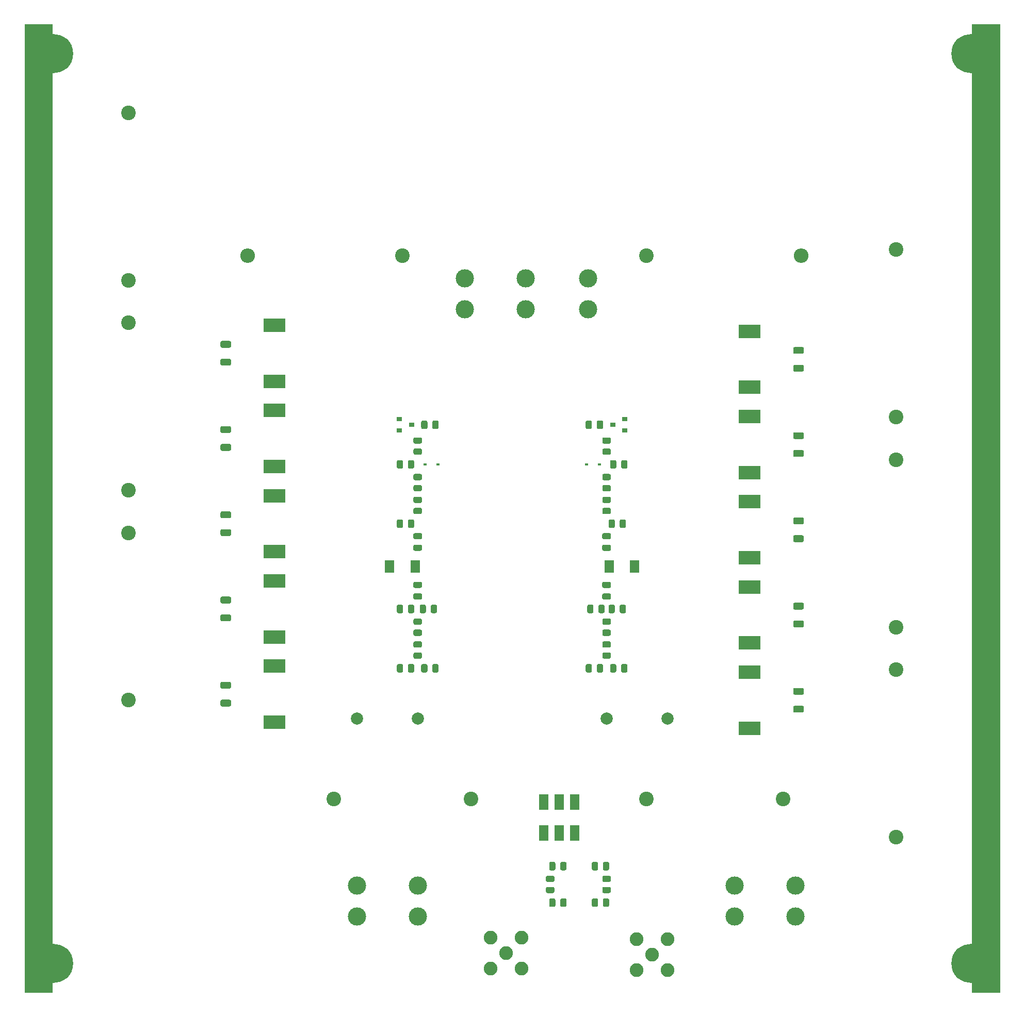
<source format=gbr>
%TF.GenerationSoftware,KiCad,Pcbnew,5.1.10-88a1d61d58~90~ubuntu20.04.1*%
%TF.CreationDate,2021-08-16T21:09:42-07:00*%
%TF.ProjectId,lisn-pcb,6c69736e-2d70-4636-922e-6b696361645f,rev?*%
%TF.SameCoordinates,Original*%
%TF.FileFunction,Soldermask,Top*%
%TF.FilePolarity,Negative*%
%FSLAX46Y46*%
G04 Gerber Fmt 4.6, Leading zero omitted, Abs format (unit mm)*
G04 Created by KiCad (PCBNEW 5.1.10-88a1d61d58~90~ubuntu20.04.1) date 2021-08-16 21:09:42*
%MOMM*%
%LPD*%
G01*
G04 APERTURE LIST*
%ADD10C,0.100000*%
%ADD11C,0.800000*%
%ADD12C,6.400000*%
%ADD13C,3.000000*%
%ADD14C,2.000000*%
%ADD15R,1.650000X2.540000*%
%ADD16O,2.400000X2.400000*%
%ADD17C,2.400000*%
%ADD18R,3.600000X2.300000*%
%ADD19R,1.650000X2.000000*%
%ADD20C,2.250000*%
%ADD21R,0.900000X0.800000*%
%ADD22R,0.600000X0.450000*%
G04 APERTURE END LIST*
D10*
G36*
X104500000Y-200000000D02*
G01*
X100000000Y-200000000D01*
X100000000Y-41000000D01*
X104500000Y-41000000D01*
X104500000Y-200000000D01*
G37*
X104500000Y-200000000D02*
X100000000Y-200000000D01*
X100000000Y-41000000D01*
X104500000Y-41000000D01*
X104500000Y-200000000D01*
G36*
X260000000Y-200000000D02*
G01*
X255500000Y-200000000D01*
X255500000Y-41000000D01*
X260000000Y-41000000D01*
X260000000Y-200000000D01*
G37*
X260000000Y-200000000D02*
X255500000Y-200000000D01*
X255500000Y-41000000D01*
X260000000Y-41000000D01*
X260000000Y-200000000D01*
D11*
%TO.C,H4*%
X257000000Y-47500000D03*
X253500000Y-44000000D03*
X253500000Y-47500000D03*
X255250000Y-48250000D03*
X252750000Y-45750000D03*
X255250000Y-43250000D03*
X257000000Y-44000000D03*
X257750000Y-45750000D03*
D12*
X255250000Y-45750000D03*
%TD*%
D11*
%TO.C,H3*%
X106500000Y-197000000D03*
X103000000Y-193500000D03*
X103000000Y-197000000D03*
X104750000Y-197750000D03*
X102250000Y-195250000D03*
X104750000Y-192750000D03*
X106500000Y-193500000D03*
X107250000Y-195250000D03*
D12*
X104750000Y-195250000D03*
%TD*%
D11*
%TO.C,H2*%
X106500000Y-47500000D03*
X103000000Y-44000000D03*
X103000000Y-47500000D03*
X104750000Y-48250000D03*
X102250000Y-45750000D03*
X104750000Y-43250000D03*
X106500000Y-44000000D03*
X107250000Y-45750000D03*
D12*
X104750000Y-45750000D03*
%TD*%
D11*
%TO.C,H1*%
X257000000Y-197000000D03*
X253500000Y-193500000D03*
X253500000Y-197000000D03*
X255250000Y-197750000D03*
X252750000Y-195250000D03*
X255250000Y-192750000D03*
X257000000Y-193500000D03*
X257750000Y-195250000D03*
D12*
X255250000Y-195250000D03*
%TD*%
D13*
%TO.C,J9*%
X216500000Y-182460000D03*
X216500000Y-187540000D03*
%TD*%
%TO.C,J8*%
X164500000Y-182460000D03*
X164500000Y-187540000D03*
%TD*%
%TO.C,J7*%
X226500000Y-182460000D03*
X226500000Y-187540000D03*
%TD*%
%TO.C,J6*%
X154500000Y-187540000D03*
X154500000Y-182460000D03*
%TD*%
%TO.C,J5*%
X182250000Y-82710000D03*
X182250000Y-87790000D03*
%TD*%
%TO.C,J4*%
X192500000Y-82710000D03*
X192500000Y-87790000D03*
%TD*%
%TO.C,J3*%
X172250000Y-82710000D03*
X172250000Y-87790000D03*
%TD*%
D14*
%TO.C,GD2*%
X205500000Y-155000000D03*
X195500000Y-155000000D03*
%TD*%
%TO.C,GD1*%
X154500000Y-155000000D03*
X164500000Y-155000000D03*
%TD*%
D15*
%TO.C,TR1*%
X185210000Y-168710000D03*
X187750000Y-168710000D03*
X190290000Y-168710000D03*
X190290000Y-173790000D03*
X187750000Y-173790000D03*
X185210000Y-173790000D03*
%TD*%
%TO.C,R42*%
G36*
G01*
X227625002Y-151100000D02*
X226374998Y-151100000D01*
G75*
G02*
X226125000Y-150850002I0J249998D01*
G01*
X226125000Y-150224998D01*
G75*
G02*
X226374998Y-149975000I249998J0D01*
G01*
X227625002Y-149975000D01*
G75*
G02*
X227875000Y-150224998I0J-249998D01*
G01*
X227875000Y-150850002D01*
G75*
G02*
X227625002Y-151100000I-249998J0D01*
G01*
G37*
G36*
G01*
X227625002Y-154025000D02*
X226374998Y-154025000D01*
G75*
G02*
X226125000Y-153775002I0J249998D01*
G01*
X226125000Y-153149998D01*
G75*
G02*
X226374998Y-152900000I249998J0D01*
G01*
X227625002Y-152900000D01*
G75*
G02*
X227875000Y-153149998I0J-249998D01*
G01*
X227875000Y-153775002D01*
G75*
G02*
X227625002Y-154025000I-249998J0D01*
G01*
G37*
%TD*%
%TO.C,R41*%
G36*
G01*
X227625002Y-137100000D02*
X226374998Y-137100000D01*
G75*
G02*
X226125000Y-136850002I0J249998D01*
G01*
X226125000Y-136224998D01*
G75*
G02*
X226374998Y-135975000I249998J0D01*
G01*
X227625002Y-135975000D01*
G75*
G02*
X227875000Y-136224998I0J-249998D01*
G01*
X227875000Y-136850002D01*
G75*
G02*
X227625002Y-137100000I-249998J0D01*
G01*
G37*
G36*
G01*
X227625002Y-140025000D02*
X226374998Y-140025000D01*
G75*
G02*
X226125000Y-139775002I0J249998D01*
G01*
X226125000Y-139149998D01*
G75*
G02*
X226374998Y-138900000I249998J0D01*
G01*
X227625002Y-138900000D01*
G75*
G02*
X227875000Y-139149998I0J-249998D01*
G01*
X227875000Y-139775002D01*
G75*
G02*
X227625002Y-140025000I-249998J0D01*
G01*
G37*
%TD*%
%TO.C,R40*%
G36*
G01*
X227625002Y-123100000D02*
X226374998Y-123100000D01*
G75*
G02*
X226125000Y-122850002I0J249998D01*
G01*
X226125000Y-122224998D01*
G75*
G02*
X226374998Y-121975000I249998J0D01*
G01*
X227625002Y-121975000D01*
G75*
G02*
X227875000Y-122224998I0J-249998D01*
G01*
X227875000Y-122850002D01*
G75*
G02*
X227625002Y-123100000I-249998J0D01*
G01*
G37*
G36*
G01*
X227625002Y-126025000D02*
X226374998Y-126025000D01*
G75*
G02*
X226125000Y-125775002I0J249998D01*
G01*
X226125000Y-125149998D01*
G75*
G02*
X226374998Y-124900000I249998J0D01*
G01*
X227625002Y-124900000D01*
G75*
G02*
X227875000Y-125149998I0J-249998D01*
G01*
X227875000Y-125775002D01*
G75*
G02*
X227625002Y-126025000I-249998J0D01*
G01*
G37*
%TD*%
%TO.C,R39*%
G36*
G01*
X227625002Y-109100000D02*
X226374998Y-109100000D01*
G75*
G02*
X226125000Y-108850002I0J249998D01*
G01*
X226125000Y-108224998D01*
G75*
G02*
X226374998Y-107975000I249998J0D01*
G01*
X227625002Y-107975000D01*
G75*
G02*
X227875000Y-108224998I0J-249998D01*
G01*
X227875000Y-108850002D01*
G75*
G02*
X227625002Y-109100000I-249998J0D01*
G01*
G37*
G36*
G01*
X227625002Y-112025000D02*
X226374998Y-112025000D01*
G75*
G02*
X226125000Y-111775002I0J249998D01*
G01*
X226125000Y-111149998D01*
G75*
G02*
X226374998Y-110900000I249998J0D01*
G01*
X227625002Y-110900000D01*
G75*
G02*
X227875000Y-111149998I0J-249998D01*
G01*
X227875000Y-111775002D01*
G75*
G02*
X227625002Y-112025000I-249998J0D01*
G01*
G37*
%TD*%
%TO.C,R38*%
G36*
G01*
X227625002Y-95100000D02*
X226374998Y-95100000D01*
G75*
G02*
X226125000Y-94850002I0J249998D01*
G01*
X226125000Y-94224998D01*
G75*
G02*
X226374998Y-93975000I249998J0D01*
G01*
X227625002Y-93975000D01*
G75*
G02*
X227875000Y-94224998I0J-249998D01*
G01*
X227875000Y-94850002D01*
G75*
G02*
X227625002Y-95100000I-249998J0D01*
G01*
G37*
G36*
G01*
X227625002Y-98025000D02*
X226374998Y-98025000D01*
G75*
G02*
X226125000Y-97775002I0J249998D01*
G01*
X226125000Y-97149998D01*
G75*
G02*
X226374998Y-96900000I249998J0D01*
G01*
X227625002Y-96900000D01*
G75*
G02*
X227875000Y-97149998I0J-249998D01*
G01*
X227875000Y-97775002D01*
G75*
G02*
X227625002Y-98025000I-249998J0D01*
G01*
G37*
%TD*%
%TO.C,R37*%
G36*
G01*
X193100000Y-106299998D02*
X193100000Y-107200002D01*
G75*
G02*
X192850002Y-107450000I-249998J0D01*
G01*
X192324998Y-107450000D01*
G75*
G02*
X192075000Y-107200002I0J249998D01*
G01*
X192075000Y-106299998D01*
G75*
G02*
X192324998Y-106050000I249998J0D01*
G01*
X192850002Y-106050000D01*
G75*
G02*
X193100000Y-106299998I0J-249998D01*
G01*
G37*
G36*
G01*
X194925000Y-106299998D02*
X194925000Y-107200002D01*
G75*
G02*
X194675002Y-107450000I-249998J0D01*
G01*
X194149998Y-107450000D01*
G75*
G02*
X193900000Y-107200002I0J249998D01*
G01*
X193900000Y-106299998D01*
G75*
G02*
X194149998Y-106050000I249998J0D01*
G01*
X194675002Y-106050000D01*
G75*
G02*
X194925000Y-106299998I0J-249998D01*
G01*
G37*
%TD*%
%TO.C,R36*%
G36*
G01*
X195049998Y-110650000D02*
X195950002Y-110650000D01*
G75*
G02*
X196200000Y-110899998I0J-249998D01*
G01*
X196200000Y-111425002D01*
G75*
G02*
X195950002Y-111675000I-249998J0D01*
G01*
X195049998Y-111675000D01*
G75*
G02*
X194800000Y-111425002I0J249998D01*
G01*
X194800000Y-110899998D01*
G75*
G02*
X195049998Y-110650000I249998J0D01*
G01*
G37*
G36*
G01*
X195049998Y-108825000D02*
X195950002Y-108825000D01*
G75*
G02*
X196200000Y-109074998I0J-249998D01*
G01*
X196200000Y-109600002D01*
G75*
G02*
X195950002Y-109850000I-249998J0D01*
G01*
X195049998Y-109850000D01*
G75*
G02*
X194800000Y-109600002I0J249998D01*
G01*
X194800000Y-109074998D01*
G75*
G02*
X195049998Y-108825000I249998J0D01*
G01*
G37*
%TD*%
%TO.C,R35*%
G36*
G01*
X197900000Y-113700002D02*
X197900000Y-112799998D01*
G75*
G02*
X198149998Y-112550000I249998J0D01*
G01*
X198675002Y-112550000D01*
G75*
G02*
X198925000Y-112799998I0J-249998D01*
G01*
X198925000Y-113700002D01*
G75*
G02*
X198675002Y-113950000I-249998J0D01*
G01*
X198149998Y-113950000D01*
G75*
G02*
X197900000Y-113700002I0J249998D01*
G01*
G37*
G36*
G01*
X196075000Y-113700002D02*
X196075000Y-112799998D01*
G75*
G02*
X196324998Y-112550000I249998J0D01*
G01*
X196850002Y-112550000D01*
G75*
G02*
X197100000Y-112799998I0J-249998D01*
G01*
X197100000Y-113700002D01*
G75*
G02*
X196850002Y-113950000I-249998J0D01*
G01*
X196324998Y-113950000D01*
G75*
G02*
X196075000Y-113700002I0J249998D01*
G01*
G37*
%TD*%
%TO.C,R34*%
G36*
G01*
X195950002Y-115850000D02*
X195049998Y-115850000D01*
G75*
G02*
X194800000Y-115600002I0J249998D01*
G01*
X194800000Y-115074998D01*
G75*
G02*
X195049998Y-114825000I249998J0D01*
G01*
X195950002Y-114825000D01*
G75*
G02*
X196200000Y-115074998I0J-249998D01*
G01*
X196200000Y-115600002D01*
G75*
G02*
X195950002Y-115850000I-249998J0D01*
G01*
G37*
G36*
G01*
X195950002Y-117675000D02*
X195049998Y-117675000D01*
G75*
G02*
X194800000Y-117425002I0J249998D01*
G01*
X194800000Y-116899998D01*
G75*
G02*
X195049998Y-116650000I249998J0D01*
G01*
X195950002Y-116650000D01*
G75*
G02*
X196200000Y-116899998I0J-249998D01*
G01*
X196200000Y-117425002D01*
G75*
G02*
X195950002Y-117675000I-249998J0D01*
G01*
G37*
%TD*%
%TO.C,R33*%
G36*
G01*
X195950002Y-119600000D02*
X195049998Y-119600000D01*
G75*
G02*
X194800000Y-119350002I0J249998D01*
G01*
X194800000Y-118824998D01*
G75*
G02*
X195049998Y-118575000I249998J0D01*
G01*
X195950002Y-118575000D01*
G75*
G02*
X196200000Y-118824998I0J-249998D01*
G01*
X196200000Y-119350002D01*
G75*
G02*
X195950002Y-119600000I-249998J0D01*
G01*
G37*
G36*
G01*
X195950002Y-121425000D02*
X195049998Y-121425000D01*
G75*
G02*
X194800000Y-121175002I0J249998D01*
G01*
X194800000Y-120649998D01*
G75*
G02*
X195049998Y-120400000I249998J0D01*
G01*
X195950002Y-120400000D01*
G75*
G02*
X196200000Y-120649998I0J-249998D01*
G01*
X196200000Y-121175002D01*
G75*
G02*
X195950002Y-121425000I-249998J0D01*
G01*
G37*
%TD*%
%TO.C,R32*%
G36*
G01*
X197650000Y-123450002D02*
X197650000Y-122549998D01*
G75*
G02*
X197899998Y-122300000I249998J0D01*
G01*
X198425002Y-122300000D01*
G75*
G02*
X198675000Y-122549998I0J-249998D01*
G01*
X198675000Y-123450002D01*
G75*
G02*
X198425002Y-123700000I-249998J0D01*
G01*
X197899998Y-123700000D01*
G75*
G02*
X197650000Y-123450002I0J249998D01*
G01*
G37*
G36*
G01*
X195825000Y-123450002D02*
X195825000Y-122549998D01*
G75*
G02*
X196074998Y-122300000I249998J0D01*
G01*
X196600002Y-122300000D01*
G75*
G02*
X196850000Y-122549998I0J-249998D01*
G01*
X196850000Y-123450002D01*
G75*
G02*
X196600002Y-123700000I-249998J0D01*
G01*
X196074998Y-123700000D01*
G75*
G02*
X195825000Y-123450002I0J249998D01*
G01*
G37*
%TD*%
%TO.C,R31*%
G36*
G01*
X197650000Y-137450002D02*
X197650000Y-136549998D01*
G75*
G02*
X197899998Y-136300000I249998J0D01*
G01*
X198425002Y-136300000D01*
G75*
G02*
X198675000Y-136549998I0J-249998D01*
G01*
X198675000Y-137450002D01*
G75*
G02*
X198425002Y-137700000I-249998J0D01*
G01*
X197899998Y-137700000D01*
G75*
G02*
X197650000Y-137450002I0J249998D01*
G01*
G37*
G36*
G01*
X195825000Y-137450002D02*
X195825000Y-136549998D01*
G75*
G02*
X196074998Y-136300000I249998J0D01*
G01*
X196600002Y-136300000D01*
G75*
G02*
X196850000Y-136549998I0J-249998D01*
G01*
X196850000Y-137450002D01*
G75*
G02*
X196600002Y-137700000I-249998J0D01*
G01*
X196074998Y-137700000D01*
G75*
G02*
X195825000Y-137450002I0J249998D01*
G01*
G37*
%TD*%
%TO.C,R30*%
G36*
G01*
X193350000Y-136549998D02*
X193350000Y-137450002D01*
G75*
G02*
X193100002Y-137700000I-249998J0D01*
G01*
X192574998Y-137700000D01*
G75*
G02*
X192325000Y-137450002I0J249998D01*
G01*
X192325000Y-136549998D01*
G75*
G02*
X192574998Y-136300000I249998J0D01*
G01*
X193100002Y-136300000D01*
G75*
G02*
X193350000Y-136549998I0J-249998D01*
G01*
G37*
G36*
G01*
X195175000Y-136549998D02*
X195175000Y-137450002D01*
G75*
G02*
X194925002Y-137700000I-249998J0D01*
G01*
X194399998Y-137700000D01*
G75*
G02*
X194150000Y-137450002I0J249998D01*
G01*
X194150000Y-136549998D01*
G75*
G02*
X194399998Y-136300000I249998J0D01*
G01*
X194925002Y-136300000D01*
G75*
G02*
X195175000Y-136549998I0J-249998D01*
G01*
G37*
%TD*%
%TO.C,R29*%
G36*
G01*
X195049998Y-140400000D02*
X195950002Y-140400000D01*
G75*
G02*
X196200000Y-140649998I0J-249998D01*
G01*
X196200000Y-141175002D01*
G75*
G02*
X195950002Y-141425000I-249998J0D01*
G01*
X195049998Y-141425000D01*
G75*
G02*
X194800000Y-141175002I0J249998D01*
G01*
X194800000Y-140649998D01*
G75*
G02*
X195049998Y-140400000I249998J0D01*
G01*
G37*
G36*
G01*
X195049998Y-138575000D02*
X195950002Y-138575000D01*
G75*
G02*
X196200000Y-138824998I0J-249998D01*
G01*
X196200000Y-139350002D01*
G75*
G02*
X195950002Y-139600000I-249998J0D01*
G01*
X195049998Y-139600000D01*
G75*
G02*
X194800000Y-139350002I0J249998D01*
G01*
X194800000Y-138824998D01*
G75*
G02*
X195049998Y-138575000I249998J0D01*
G01*
G37*
%TD*%
%TO.C,R28*%
G36*
G01*
X195049998Y-144150000D02*
X195950002Y-144150000D01*
G75*
G02*
X196200000Y-144399998I0J-249998D01*
G01*
X196200000Y-144925002D01*
G75*
G02*
X195950002Y-145175000I-249998J0D01*
G01*
X195049998Y-145175000D01*
G75*
G02*
X194800000Y-144925002I0J249998D01*
G01*
X194800000Y-144399998D01*
G75*
G02*
X195049998Y-144150000I249998J0D01*
G01*
G37*
G36*
G01*
X195049998Y-142325000D02*
X195950002Y-142325000D01*
G75*
G02*
X196200000Y-142574998I0J-249998D01*
G01*
X196200000Y-143100002D01*
G75*
G02*
X195950002Y-143350000I-249998J0D01*
G01*
X195049998Y-143350000D01*
G75*
G02*
X194800000Y-143100002I0J249998D01*
G01*
X194800000Y-142574998D01*
G75*
G02*
X195049998Y-142325000I249998J0D01*
G01*
G37*
%TD*%
%TO.C,R27*%
G36*
G01*
X197900000Y-147200002D02*
X197900000Y-146299998D01*
G75*
G02*
X198149998Y-146050000I249998J0D01*
G01*
X198675002Y-146050000D01*
G75*
G02*
X198925000Y-146299998I0J-249998D01*
G01*
X198925000Y-147200002D01*
G75*
G02*
X198675002Y-147450000I-249998J0D01*
G01*
X198149998Y-147450000D01*
G75*
G02*
X197900000Y-147200002I0J249998D01*
G01*
G37*
G36*
G01*
X196075000Y-147200002D02*
X196075000Y-146299998D01*
G75*
G02*
X196324998Y-146050000I249998J0D01*
G01*
X196850002Y-146050000D01*
G75*
G02*
X197100000Y-146299998I0J-249998D01*
G01*
X197100000Y-147200002D01*
G75*
G02*
X196850002Y-147450000I-249998J0D01*
G01*
X196324998Y-147450000D01*
G75*
G02*
X196075000Y-147200002I0J249998D01*
G01*
G37*
%TD*%
%TO.C,R26*%
G36*
G01*
X193100000Y-146299998D02*
X193100000Y-147200002D01*
G75*
G02*
X192850002Y-147450000I-249998J0D01*
G01*
X192324998Y-147450000D01*
G75*
G02*
X192075000Y-147200002I0J249998D01*
G01*
X192075000Y-146299998D01*
G75*
G02*
X192324998Y-146050000I249998J0D01*
G01*
X192850002Y-146050000D01*
G75*
G02*
X193100000Y-146299998I0J-249998D01*
G01*
G37*
G36*
G01*
X194925000Y-146299998D02*
X194925000Y-147200002D01*
G75*
G02*
X194675002Y-147450000I-249998J0D01*
G01*
X194149998Y-147450000D01*
G75*
G02*
X193900000Y-147200002I0J249998D01*
G01*
X193900000Y-146299998D01*
G75*
G02*
X194149998Y-146050000I249998J0D01*
G01*
X194675002Y-146050000D01*
G75*
G02*
X194925000Y-146299998I0J-249998D01*
G01*
G37*
%TD*%
%TO.C,R25*%
G36*
G01*
X133625002Y-150100000D02*
X132374998Y-150100000D01*
G75*
G02*
X132125000Y-149850002I0J249998D01*
G01*
X132125000Y-149224998D01*
G75*
G02*
X132374998Y-148975000I249998J0D01*
G01*
X133625002Y-148975000D01*
G75*
G02*
X133875000Y-149224998I0J-249998D01*
G01*
X133875000Y-149850002D01*
G75*
G02*
X133625002Y-150100000I-249998J0D01*
G01*
G37*
G36*
G01*
X133625002Y-153025000D02*
X132374998Y-153025000D01*
G75*
G02*
X132125000Y-152775002I0J249998D01*
G01*
X132125000Y-152149998D01*
G75*
G02*
X132374998Y-151900000I249998J0D01*
G01*
X133625002Y-151900000D01*
G75*
G02*
X133875000Y-152149998I0J-249998D01*
G01*
X133875000Y-152775002D01*
G75*
G02*
X133625002Y-153025000I-249998J0D01*
G01*
G37*
%TD*%
%TO.C,R24*%
G36*
G01*
X133625002Y-136100000D02*
X132374998Y-136100000D01*
G75*
G02*
X132125000Y-135850002I0J249998D01*
G01*
X132125000Y-135224998D01*
G75*
G02*
X132374998Y-134975000I249998J0D01*
G01*
X133625002Y-134975000D01*
G75*
G02*
X133875000Y-135224998I0J-249998D01*
G01*
X133875000Y-135850002D01*
G75*
G02*
X133625002Y-136100000I-249998J0D01*
G01*
G37*
G36*
G01*
X133625002Y-139025000D02*
X132374998Y-139025000D01*
G75*
G02*
X132125000Y-138775002I0J249998D01*
G01*
X132125000Y-138149998D01*
G75*
G02*
X132374998Y-137900000I249998J0D01*
G01*
X133625002Y-137900000D01*
G75*
G02*
X133875000Y-138149998I0J-249998D01*
G01*
X133875000Y-138775002D01*
G75*
G02*
X133625002Y-139025000I-249998J0D01*
G01*
G37*
%TD*%
%TO.C,R23*%
G36*
G01*
X133625002Y-122100000D02*
X132374998Y-122100000D01*
G75*
G02*
X132125000Y-121850002I0J249998D01*
G01*
X132125000Y-121224998D01*
G75*
G02*
X132374998Y-120975000I249998J0D01*
G01*
X133625002Y-120975000D01*
G75*
G02*
X133875000Y-121224998I0J-249998D01*
G01*
X133875000Y-121850002D01*
G75*
G02*
X133625002Y-122100000I-249998J0D01*
G01*
G37*
G36*
G01*
X133625002Y-125025000D02*
X132374998Y-125025000D01*
G75*
G02*
X132125000Y-124775002I0J249998D01*
G01*
X132125000Y-124149998D01*
G75*
G02*
X132374998Y-123900000I249998J0D01*
G01*
X133625002Y-123900000D01*
G75*
G02*
X133875000Y-124149998I0J-249998D01*
G01*
X133875000Y-124775002D01*
G75*
G02*
X133625002Y-125025000I-249998J0D01*
G01*
G37*
%TD*%
%TO.C,R22*%
G36*
G01*
X133625002Y-108100000D02*
X132374998Y-108100000D01*
G75*
G02*
X132125000Y-107850002I0J249998D01*
G01*
X132125000Y-107224998D01*
G75*
G02*
X132374998Y-106975000I249998J0D01*
G01*
X133625002Y-106975000D01*
G75*
G02*
X133875000Y-107224998I0J-249998D01*
G01*
X133875000Y-107850002D01*
G75*
G02*
X133625002Y-108100000I-249998J0D01*
G01*
G37*
G36*
G01*
X133625002Y-111025000D02*
X132374998Y-111025000D01*
G75*
G02*
X132125000Y-110775002I0J249998D01*
G01*
X132125000Y-110149998D01*
G75*
G02*
X132374998Y-109900000I249998J0D01*
G01*
X133625002Y-109900000D01*
G75*
G02*
X133875000Y-110149998I0J-249998D01*
G01*
X133875000Y-110775002D01*
G75*
G02*
X133625002Y-111025000I-249998J0D01*
G01*
G37*
%TD*%
%TO.C,R21*%
G36*
G01*
X133625002Y-94100000D02*
X132374998Y-94100000D01*
G75*
G02*
X132125000Y-93850002I0J249998D01*
G01*
X132125000Y-93224998D01*
G75*
G02*
X132374998Y-92975000I249998J0D01*
G01*
X133625002Y-92975000D01*
G75*
G02*
X133875000Y-93224998I0J-249998D01*
G01*
X133875000Y-93850002D01*
G75*
G02*
X133625002Y-94100000I-249998J0D01*
G01*
G37*
G36*
G01*
X133625002Y-97025000D02*
X132374998Y-97025000D01*
G75*
G02*
X132125000Y-96775002I0J249998D01*
G01*
X132125000Y-96149998D01*
G75*
G02*
X132374998Y-95900000I249998J0D01*
G01*
X133625002Y-95900000D01*
G75*
G02*
X133875000Y-96149998I0J-249998D01*
G01*
X133875000Y-96775002D01*
G75*
G02*
X133625002Y-97025000I-249998J0D01*
G01*
G37*
%TD*%
%TO.C,R20*%
G36*
G01*
X166900000Y-107200002D02*
X166900000Y-106299998D01*
G75*
G02*
X167149998Y-106050000I249998J0D01*
G01*
X167675002Y-106050000D01*
G75*
G02*
X167925000Y-106299998I0J-249998D01*
G01*
X167925000Y-107200002D01*
G75*
G02*
X167675002Y-107450000I-249998J0D01*
G01*
X167149998Y-107450000D01*
G75*
G02*
X166900000Y-107200002I0J249998D01*
G01*
G37*
G36*
G01*
X165075000Y-107200002D02*
X165075000Y-106299998D01*
G75*
G02*
X165324998Y-106050000I249998J0D01*
G01*
X165850002Y-106050000D01*
G75*
G02*
X166100000Y-106299998I0J-249998D01*
G01*
X166100000Y-107200002D01*
G75*
G02*
X165850002Y-107450000I-249998J0D01*
G01*
X165324998Y-107450000D01*
G75*
G02*
X165075000Y-107200002I0J249998D01*
G01*
G37*
%TD*%
%TO.C,R19*%
G36*
G01*
X164049998Y-110650000D02*
X164950002Y-110650000D01*
G75*
G02*
X165200000Y-110899998I0J-249998D01*
G01*
X165200000Y-111425002D01*
G75*
G02*
X164950002Y-111675000I-249998J0D01*
G01*
X164049998Y-111675000D01*
G75*
G02*
X163800000Y-111425002I0J249998D01*
G01*
X163800000Y-110899998D01*
G75*
G02*
X164049998Y-110650000I249998J0D01*
G01*
G37*
G36*
G01*
X164049998Y-108825000D02*
X164950002Y-108825000D01*
G75*
G02*
X165200000Y-109074998I0J-249998D01*
G01*
X165200000Y-109600002D01*
G75*
G02*
X164950002Y-109850000I-249998J0D01*
G01*
X164049998Y-109850000D01*
G75*
G02*
X163800000Y-109600002I0J249998D01*
G01*
X163800000Y-109074998D01*
G75*
G02*
X164049998Y-108825000I249998J0D01*
G01*
G37*
%TD*%
%TO.C,R18*%
G36*
G01*
X162100000Y-112799998D02*
X162100000Y-113700002D01*
G75*
G02*
X161850002Y-113950000I-249998J0D01*
G01*
X161324998Y-113950000D01*
G75*
G02*
X161075000Y-113700002I0J249998D01*
G01*
X161075000Y-112799998D01*
G75*
G02*
X161324998Y-112550000I249998J0D01*
G01*
X161850002Y-112550000D01*
G75*
G02*
X162100000Y-112799998I0J-249998D01*
G01*
G37*
G36*
G01*
X163925000Y-112799998D02*
X163925000Y-113700002D01*
G75*
G02*
X163675002Y-113950000I-249998J0D01*
G01*
X163149998Y-113950000D01*
G75*
G02*
X162900000Y-113700002I0J249998D01*
G01*
X162900000Y-112799998D01*
G75*
G02*
X163149998Y-112550000I249998J0D01*
G01*
X163675002Y-112550000D01*
G75*
G02*
X163925000Y-112799998I0J-249998D01*
G01*
G37*
%TD*%
%TO.C,R17*%
G36*
G01*
X164950002Y-115850000D02*
X164049998Y-115850000D01*
G75*
G02*
X163800000Y-115600002I0J249998D01*
G01*
X163800000Y-115074998D01*
G75*
G02*
X164049998Y-114825000I249998J0D01*
G01*
X164950002Y-114825000D01*
G75*
G02*
X165200000Y-115074998I0J-249998D01*
G01*
X165200000Y-115600002D01*
G75*
G02*
X164950002Y-115850000I-249998J0D01*
G01*
G37*
G36*
G01*
X164950002Y-117675000D02*
X164049998Y-117675000D01*
G75*
G02*
X163800000Y-117425002I0J249998D01*
G01*
X163800000Y-116899998D01*
G75*
G02*
X164049998Y-116650000I249998J0D01*
G01*
X164950002Y-116650000D01*
G75*
G02*
X165200000Y-116899998I0J-249998D01*
G01*
X165200000Y-117425002D01*
G75*
G02*
X164950002Y-117675000I-249998J0D01*
G01*
G37*
%TD*%
%TO.C,R16*%
G36*
G01*
X164950002Y-119600000D02*
X164049998Y-119600000D01*
G75*
G02*
X163800000Y-119350002I0J249998D01*
G01*
X163800000Y-118824998D01*
G75*
G02*
X164049998Y-118575000I249998J0D01*
G01*
X164950002Y-118575000D01*
G75*
G02*
X165200000Y-118824998I0J-249998D01*
G01*
X165200000Y-119350002D01*
G75*
G02*
X164950002Y-119600000I-249998J0D01*
G01*
G37*
G36*
G01*
X164950002Y-121425000D02*
X164049998Y-121425000D01*
G75*
G02*
X163800000Y-121175002I0J249998D01*
G01*
X163800000Y-120649998D01*
G75*
G02*
X164049998Y-120400000I249998J0D01*
G01*
X164950002Y-120400000D01*
G75*
G02*
X165200000Y-120649998I0J-249998D01*
G01*
X165200000Y-121175002D01*
G75*
G02*
X164950002Y-121425000I-249998J0D01*
G01*
G37*
%TD*%
%TO.C,R15*%
G36*
G01*
X162100000Y-122549998D02*
X162100000Y-123450002D01*
G75*
G02*
X161850002Y-123700000I-249998J0D01*
G01*
X161324998Y-123700000D01*
G75*
G02*
X161075000Y-123450002I0J249998D01*
G01*
X161075000Y-122549998D01*
G75*
G02*
X161324998Y-122300000I249998J0D01*
G01*
X161850002Y-122300000D01*
G75*
G02*
X162100000Y-122549998I0J-249998D01*
G01*
G37*
G36*
G01*
X163925000Y-122549998D02*
X163925000Y-123450002D01*
G75*
G02*
X163675002Y-123700000I-249998J0D01*
G01*
X163149998Y-123700000D01*
G75*
G02*
X162900000Y-123450002I0J249998D01*
G01*
X162900000Y-122549998D01*
G75*
G02*
X163149998Y-122300000I249998J0D01*
G01*
X163675002Y-122300000D01*
G75*
G02*
X163925000Y-122549998I0J-249998D01*
G01*
G37*
%TD*%
%TO.C,R14*%
G36*
G01*
X162100000Y-136549998D02*
X162100000Y-137450002D01*
G75*
G02*
X161850002Y-137700000I-249998J0D01*
G01*
X161324998Y-137700000D01*
G75*
G02*
X161075000Y-137450002I0J249998D01*
G01*
X161075000Y-136549998D01*
G75*
G02*
X161324998Y-136300000I249998J0D01*
G01*
X161850002Y-136300000D01*
G75*
G02*
X162100000Y-136549998I0J-249998D01*
G01*
G37*
G36*
G01*
X163925000Y-136549998D02*
X163925000Y-137450002D01*
G75*
G02*
X163675002Y-137700000I-249998J0D01*
G01*
X163149998Y-137700000D01*
G75*
G02*
X162900000Y-137450002I0J249998D01*
G01*
X162900000Y-136549998D01*
G75*
G02*
X163149998Y-136300000I249998J0D01*
G01*
X163675002Y-136300000D01*
G75*
G02*
X163925000Y-136549998I0J-249998D01*
G01*
G37*
%TD*%
%TO.C,R13*%
G36*
G01*
X166650000Y-137450002D02*
X166650000Y-136549998D01*
G75*
G02*
X166899998Y-136300000I249998J0D01*
G01*
X167425002Y-136300000D01*
G75*
G02*
X167675000Y-136549998I0J-249998D01*
G01*
X167675000Y-137450002D01*
G75*
G02*
X167425002Y-137700000I-249998J0D01*
G01*
X166899998Y-137700000D01*
G75*
G02*
X166650000Y-137450002I0J249998D01*
G01*
G37*
G36*
G01*
X164825000Y-137450002D02*
X164825000Y-136549998D01*
G75*
G02*
X165074998Y-136300000I249998J0D01*
G01*
X165600002Y-136300000D01*
G75*
G02*
X165850000Y-136549998I0J-249998D01*
G01*
X165850000Y-137450002D01*
G75*
G02*
X165600002Y-137700000I-249998J0D01*
G01*
X165074998Y-137700000D01*
G75*
G02*
X164825000Y-137450002I0J249998D01*
G01*
G37*
%TD*%
%TO.C,R12*%
G36*
G01*
X164049998Y-140400000D02*
X164950002Y-140400000D01*
G75*
G02*
X165200000Y-140649998I0J-249998D01*
G01*
X165200000Y-141175002D01*
G75*
G02*
X164950002Y-141425000I-249998J0D01*
G01*
X164049998Y-141425000D01*
G75*
G02*
X163800000Y-141175002I0J249998D01*
G01*
X163800000Y-140649998D01*
G75*
G02*
X164049998Y-140400000I249998J0D01*
G01*
G37*
G36*
G01*
X164049998Y-138575000D02*
X164950002Y-138575000D01*
G75*
G02*
X165200000Y-138824998I0J-249998D01*
G01*
X165200000Y-139350002D01*
G75*
G02*
X164950002Y-139600000I-249998J0D01*
G01*
X164049998Y-139600000D01*
G75*
G02*
X163800000Y-139350002I0J249998D01*
G01*
X163800000Y-138824998D01*
G75*
G02*
X164049998Y-138575000I249998J0D01*
G01*
G37*
%TD*%
%TO.C,R11*%
G36*
G01*
X164049998Y-144150000D02*
X164950002Y-144150000D01*
G75*
G02*
X165200000Y-144399998I0J-249998D01*
G01*
X165200000Y-144925002D01*
G75*
G02*
X164950002Y-145175000I-249998J0D01*
G01*
X164049998Y-145175000D01*
G75*
G02*
X163800000Y-144925002I0J249998D01*
G01*
X163800000Y-144399998D01*
G75*
G02*
X164049998Y-144150000I249998J0D01*
G01*
G37*
G36*
G01*
X164049998Y-142325000D02*
X164950002Y-142325000D01*
G75*
G02*
X165200000Y-142574998I0J-249998D01*
G01*
X165200000Y-143100002D01*
G75*
G02*
X164950002Y-143350000I-249998J0D01*
G01*
X164049998Y-143350000D01*
G75*
G02*
X163800000Y-143100002I0J249998D01*
G01*
X163800000Y-142574998D01*
G75*
G02*
X164049998Y-142325000I249998J0D01*
G01*
G37*
%TD*%
%TO.C,R10*%
G36*
G01*
X166900000Y-147200002D02*
X166900000Y-146299998D01*
G75*
G02*
X167149998Y-146050000I249998J0D01*
G01*
X167675002Y-146050000D01*
G75*
G02*
X167925000Y-146299998I0J-249998D01*
G01*
X167925000Y-147200002D01*
G75*
G02*
X167675002Y-147450000I-249998J0D01*
G01*
X167149998Y-147450000D01*
G75*
G02*
X166900000Y-147200002I0J249998D01*
G01*
G37*
G36*
G01*
X165075000Y-147200002D02*
X165075000Y-146299998D01*
G75*
G02*
X165324998Y-146050000I249998J0D01*
G01*
X165850002Y-146050000D01*
G75*
G02*
X166100000Y-146299998I0J-249998D01*
G01*
X166100000Y-147200002D01*
G75*
G02*
X165850002Y-147450000I-249998J0D01*
G01*
X165324998Y-147450000D01*
G75*
G02*
X165075000Y-147200002I0J249998D01*
G01*
G37*
%TD*%
%TO.C,R9*%
G36*
G01*
X162100000Y-146299998D02*
X162100000Y-147200002D01*
G75*
G02*
X161850002Y-147450000I-249998J0D01*
G01*
X161324998Y-147450000D01*
G75*
G02*
X161075000Y-147200002I0J249998D01*
G01*
X161075000Y-146299998D01*
G75*
G02*
X161324998Y-146050000I249998J0D01*
G01*
X161850002Y-146050000D01*
G75*
G02*
X162100000Y-146299998I0J-249998D01*
G01*
G37*
G36*
G01*
X163925000Y-146299998D02*
X163925000Y-147200002D01*
G75*
G02*
X163675002Y-147450000I-249998J0D01*
G01*
X163149998Y-147450000D01*
G75*
G02*
X162900000Y-147200002I0J249998D01*
G01*
X162900000Y-146299998D01*
G75*
G02*
X163149998Y-146050000I249998J0D01*
G01*
X163675002Y-146050000D01*
G75*
G02*
X163925000Y-146299998I0J-249998D01*
G01*
G37*
%TD*%
%TO.C,R8*%
G36*
G01*
X187900000Y-185700002D02*
X187900000Y-184799998D01*
G75*
G02*
X188149998Y-184550000I249998J0D01*
G01*
X188675002Y-184550000D01*
G75*
G02*
X188925000Y-184799998I0J-249998D01*
G01*
X188925000Y-185700002D01*
G75*
G02*
X188675002Y-185950000I-249998J0D01*
G01*
X188149998Y-185950000D01*
G75*
G02*
X187900000Y-185700002I0J249998D01*
G01*
G37*
G36*
G01*
X186075000Y-185700002D02*
X186075000Y-184799998D01*
G75*
G02*
X186324998Y-184550000I249998J0D01*
G01*
X186850002Y-184550000D01*
G75*
G02*
X187100000Y-184799998I0J-249998D01*
G01*
X187100000Y-185700002D01*
G75*
G02*
X186850002Y-185950000I-249998J0D01*
G01*
X186324998Y-185950000D01*
G75*
G02*
X186075000Y-185700002I0J249998D01*
G01*
G37*
%TD*%
%TO.C,R7*%
G36*
G01*
X185799998Y-182650000D02*
X186700002Y-182650000D01*
G75*
G02*
X186950000Y-182899998I0J-249998D01*
G01*
X186950000Y-183425002D01*
G75*
G02*
X186700002Y-183675000I-249998J0D01*
G01*
X185799998Y-183675000D01*
G75*
G02*
X185550000Y-183425002I0J249998D01*
G01*
X185550000Y-182899998D01*
G75*
G02*
X185799998Y-182650000I249998J0D01*
G01*
G37*
G36*
G01*
X185799998Y-180825000D02*
X186700002Y-180825000D01*
G75*
G02*
X186950000Y-181074998I0J-249998D01*
G01*
X186950000Y-181600002D01*
G75*
G02*
X186700002Y-181850000I-249998J0D01*
G01*
X185799998Y-181850000D01*
G75*
G02*
X185550000Y-181600002I0J249998D01*
G01*
X185550000Y-181074998D01*
G75*
G02*
X185799998Y-180825000I249998J0D01*
G01*
G37*
%TD*%
%TO.C,R6*%
G36*
G01*
X194100000Y-184799998D02*
X194100000Y-185700002D01*
G75*
G02*
X193850002Y-185950000I-249998J0D01*
G01*
X193324998Y-185950000D01*
G75*
G02*
X193075000Y-185700002I0J249998D01*
G01*
X193075000Y-184799998D01*
G75*
G02*
X193324998Y-184550000I249998J0D01*
G01*
X193850002Y-184550000D01*
G75*
G02*
X194100000Y-184799998I0J-249998D01*
G01*
G37*
G36*
G01*
X195925000Y-184799998D02*
X195925000Y-185700002D01*
G75*
G02*
X195675002Y-185950000I-249998J0D01*
G01*
X195149998Y-185950000D01*
G75*
G02*
X194900000Y-185700002I0J249998D01*
G01*
X194900000Y-184799998D01*
G75*
G02*
X195149998Y-184550000I249998J0D01*
G01*
X195675002Y-184550000D01*
G75*
G02*
X195925000Y-184799998I0J-249998D01*
G01*
G37*
%TD*%
%TO.C,R5*%
G36*
G01*
X187900000Y-179700002D02*
X187900000Y-178799998D01*
G75*
G02*
X188149998Y-178550000I249998J0D01*
G01*
X188675002Y-178550000D01*
G75*
G02*
X188925000Y-178799998I0J-249998D01*
G01*
X188925000Y-179700002D01*
G75*
G02*
X188675002Y-179950000I-249998J0D01*
G01*
X188149998Y-179950000D01*
G75*
G02*
X187900000Y-179700002I0J249998D01*
G01*
G37*
G36*
G01*
X186075000Y-179700002D02*
X186075000Y-178799998D01*
G75*
G02*
X186324998Y-178550000I249998J0D01*
G01*
X186850002Y-178550000D01*
G75*
G02*
X187100000Y-178799998I0J-249998D01*
G01*
X187100000Y-179700002D01*
G75*
G02*
X186850002Y-179950000I-249998J0D01*
G01*
X186324998Y-179950000D01*
G75*
G02*
X186075000Y-179700002I0J249998D01*
G01*
G37*
%TD*%
%TO.C,R4*%
G36*
G01*
X195049998Y-182650000D02*
X195950002Y-182650000D01*
G75*
G02*
X196200000Y-182899998I0J-249998D01*
G01*
X196200000Y-183425002D01*
G75*
G02*
X195950002Y-183675000I-249998J0D01*
G01*
X195049998Y-183675000D01*
G75*
G02*
X194800000Y-183425002I0J249998D01*
G01*
X194800000Y-182899998D01*
G75*
G02*
X195049998Y-182650000I249998J0D01*
G01*
G37*
G36*
G01*
X195049998Y-180825000D02*
X195950002Y-180825000D01*
G75*
G02*
X196200000Y-181074998I0J-249998D01*
G01*
X196200000Y-181600002D01*
G75*
G02*
X195950002Y-181850000I-249998J0D01*
G01*
X195049998Y-181850000D01*
G75*
G02*
X194800000Y-181600002I0J249998D01*
G01*
X194800000Y-181074998D01*
G75*
G02*
X195049998Y-180825000I249998J0D01*
G01*
G37*
%TD*%
%TO.C,R3*%
G36*
G01*
X194100000Y-178799998D02*
X194100000Y-179700002D01*
G75*
G02*
X193850002Y-179950000I-249998J0D01*
G01*
X193324998Y-179950000D01*
G75*
G02*
X193075000Y-179700002I0J249998D01*
G01*
X193075000Y-178799998D01*
G75*
G02*
X193324998Y-178550000I249998J0D01*
G01*
X193850002Y-178550000D01*
G75*
G02*
X194100000Y-178799998I0J-249998D01*
G01*
G37*
G36*
G01*
X195925000Y-178799998D02*
X195925000Y-179700002D01*
G75*
G02*
X195675002Y-179950000I-249998J0D01*
G01*
X195149998Y-179950000D01*
G75*
G02*
X194900000Y-179700002I0J249998D01*
G01*
X194900000Y-178799998D01*
G75*
G02*
X195149998Y-178550000I249998J0D01*
G01*
X195675002Y-178550000D01*
G75*
G02*
X195925000Y-178799998I0J-249998D01*
G01*
G37*
%TD*%
D16*
%TO.C,R2*%
X227400000Y-79000000D03*
D17*
X202000000Y-79000000D03*
%TD*%
D16*
%TO.C,R1*%
X136600000Y-79000000D03*
D17*
X162000000Y-79000000D03*
%TD*%
D18*
%TO.C,L12*%
X219000000Y-156600000D03*
X219000000Y-147400000D03*
%TD*%
%TO.C,L11*%
X219000000Y-142600000D03*
X219000000Y-133400000D03*
%TD*%
%TO.C,L10*%
X219000000Y-128600000D03*
X219000000Y-119400000D03*
%TD*%
%TO.C,L9*%
X219000000Y-114600000D03*
X219000000Y-105400000D03*
%TD*%
%TO.C,L8*%
X219000000Y-100600000D03*
X219000000Y-91400000D03*
%TD*%
D19*
%TO.C,L7*%
X200100000Y-130000000D03*
X195900000Y-130000000D03*
%TD*%
D18*
%TO.C,L6*%
X141000000Y-155600000D03*
X141000000Y-146400000D03*
%TD*%
%TO.C,L5*%
X141000000Y-141600000D03*
X141000000Y-132400000D03*
%TD*%
%TO.C,L4*%
X141000000Y-127600000D03*
X141000000Y-118400000D03*
%TD*%
%TO.C,L3*%
X141000000Y-113600000D03*
X141000000Y-104400000D03*
%TD*%
%TO.C,L2*%
X141000000Y-99600000D03*
X141000000Y-90400000D03*
%TD*%
D19*
%TO.C,L1*%
X159900000Y-130000000D03*
X164100000Y-130000000D03*
%TD*%
D20*
%TO.C,J2*%
X179000000Y-193500000D03*
X176460000Y-190960000D03*
X176460000Y-196040000D03*
X181540000Y-196040000D03*
X181540000Y-190960000D03*
%TD*%
%TO.C,J1*%
X203000000Y-193750000D03*
X200460000Y-191210000D03*
X200460000Y-196290000D03*
X205540000Y-196290000D03*
X205540000Y-191210000D03*
%TD*%
D21*
%TO.C,D4*%
X196500000Y-106750000D03*
X198500000Y-105800000D03*
X198500000Y-107700000D03*
%TD*%
D22*
%TO.C,D3*%
X192200000Y-113250000D03*
X194300000Y-113250000D03*
%TD*%
D21*
%TO.C,D2*%
X163500000Y-106750000D03*
X161500000Y-107700000D03*
X161500000Y-105800000D03*
%TD*%
D22*
%TO.C,D1*%
X167800000Y-113250000D03*
X165700000Y-113250000D03*
%TD*%
D17*
%TO.C,C12*%
X202000000Y-168250000D03*
X224500000Y-168250000D03*
%TD*%
%TO.C,C11*%
G36*
G01*
X195025000Y-126450000D02*
X195975000Y-126450000D01*
G75*
G02*
X196225000Y-126700000I0J-250000D01*
G01*
X196225000Y-127200000D01*
G75*
G02*
X195975000Y-127450000I-250000J0D01*
G01*
X195025000Y-127450000D01*
G75*
G02*
X194775000Y-127200000I0J250000D01*
G01*
X194775000Y-126700000D01*
G75*
G02*
X195025000Y-126450000I250000J0D01*
G01*
G37*
G36*
G01*
X195025000Y-124550000D02*
X195975000Y-124550000D01*
G75*
G02*
X196225000Y-124800000I0J-250000D01*
G01*
X196225000Y-125300000D01*
G75*
G02*
X195975000Y-125550000I-250000J0D01*
G01*
X195025000Y-125550000D01*
G75*
G02*
X194775000Y-125300000I0J250000D01*
G01*
X194775000Y-124800000D01*
G75*
G02*
X195025000Y-124550000I250000J0D01*
G01*
G37*
%TD*%
%TO.C,C10*%
G36*
G01*
X195025000Y-134450000D02*
X195975000Y-134450000D01*
G75*
G02*
X196225000Y-134700000I0J-250000D01*
G01*
X196225000Y-135200000D01*
G75*
G02*
X195975000Y-135450000I-250000J0D01*
G01*
X195025000Y-135450000D01*
G75*
G02*
X194775000Y-135200000I0J250000D01*
G01*
X194775000Y-134700000D01*
G75*
G02*
X195025000Y-134450000I250000J0D01*
G01*
G37*
G36*
G01*
X195025000Y-132550000D02*
X195975000Y-132550000D01*
G75*
G02*
X196225000Y-132800000I0J-250000D01*
G01*
X196225000Y-133300000D01*
G75*
G02*
X195975000Y-133550000I-250000J0D01*
G01*
X195025000Y-133550000D01*
G75*
G02*
X194775000Y-133300000I0J250000D01*
G01*
X194775000Y-132800000D01*
G75*
G02*
X195025000Y-132550000I250000J0D01*
G01*
G37*
%TD*%
%TO.C,C9*%
X173250000Y-168250000D03*
X150750000Y-168250000D03*
%TD*%
%TO.C,C8*%
G36*
G01*
X164025000Y-126450000D02*
X164975000Y-126450000D01*
G75*
G02*
X165225000Y-126700000I0J-250000D01*
G01*
X165225000Y-127200000D01*
G75*
G02*
X164975000Y-127450000I-250000J0D01*
G01*
X164025000Y-127450000D01*
G75*
G02*
X163775000Y-127200000I0J250000D01*
G01*
X163775000Y-126700000D01*
G75*
G02*
X164025000Y-126450000I250000J0D01*
G01*
G37*
G36*
G01*
X164025000Y-124550000D02*
X164975000Y-124550000D01*
G75*
G02*
X165225000Y-124800000I0J-250000D01*
G01*
X165225000Y-125300000D01*
G75*
G02*
X164975000Y-125550000I-250000J0D01*
G01*
X164025000Y-125550000D01*
G75*
G02*
X163775000Y-125300000I0J250000D01*
G01*
X163775000Y-124800000D01*
G75*
G02*
X164025000Y-124550000I250000J0D01*
G01*
G37*
%TD*%
%TO.C,C7*%
G36*
G01*
X164025000Y-134450000D02*
X164975000Y-134450000D01*
G75*
G02*
X165225000Y-134700000I0J-250000D01*
G01*
X165225000Y-135200000D01*
G75*
G02*
X164975000Y-135450000I-250000J0D01*
G01*
X164025000Y-135450000D01*
G75*
G02*
X163775000Y-135200000I0J250000D01*
G01*
X163775000Y-134700000D01*
G75*
G02*
X164025000Y-134450000I250000J0D01*
G01*
G37*
G36*
G01*
X164025000Y-132550000D02*
X164975000Y-132550000D01*
G75*
G02*
X165225000Y-132800000I0J-250000D01*
G01*
X165225000Y-133300000D01*
G75*
G02*
X164975000Y-133550000I-250000J0D01*
G01*
X164025000Y-133550000D01*
G75*
G02*
X163775000Y-133300000I0J250000D01*
G01*
X163775000Y-132800000D01*
G75*
G02*
X164025000Y-132550000I250000J0D01*
G01*
G37*
%TD*%
%TO.C,C6*%
X243000000Y-105500000D03*
X243000000Y-78000000D03*
%TD*%
%TO.C,C5*%
X243000000Y-112500000D03*
X243000000Y-140000000D03*
%TD*%
%TO.C,C4*%
X243000000Y-174500000D03*
X243000000Y-147000000D03*
%TD*%
%TO.C,C3*%
X117000000Y-55500000D03*
X117000000Y-83000000D03*
%TD*%
%TO.C,C2*%
X117000000Y-152000000D03*
X117000000Y-124500000D03*
%TD*%
%TO.C,C1*%
X117000000Y-117500000D03*
X117000000Y-90000000D03*
%TD*%
M02*

</source>
